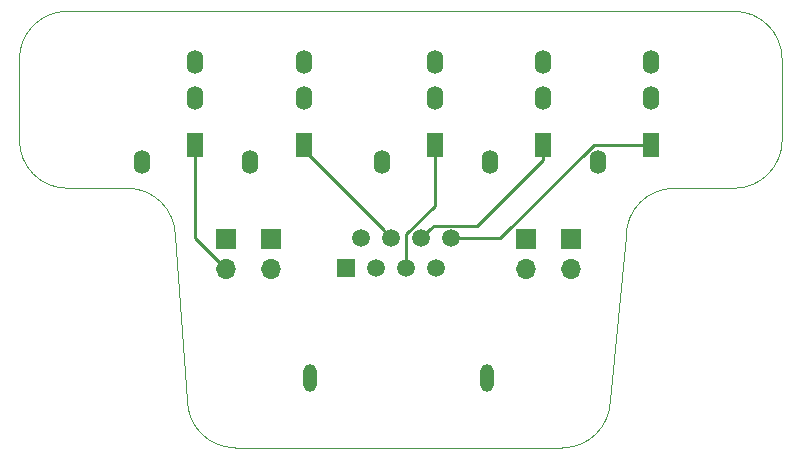
<source format=gbr>
G04 #@! TF.GenerationSoftware,KiCad,Pcbnew,(5.1.5)-3*
G04 #@! TF.CreationDate,2020-06-13T00:40:34-05:00*
G04 #@! TF.ProjectId,HeadphoneJack,48656164-7068-46f6-9e65-4a61636b2e6b,rev?*
G04 #@! TF.SameCoordinates,Original*
G04 #@! TF.FileFunction,Copper,L2,Bot*
G04 #@! TF.FilePolarity,Positive*
%FSLAX46Y46*%
G04 Gerber Fmt 4.6, Leading zero omitted, Abs format (unit mm)*
G04 Created by KiCad (PCBNEW (5.1.5)-3) date 2020-06-13 00:40:34*
%MOMM*%
%LPD*%
G04 APERTURE LIST*
%ADD10C,0.050000*%
%ADD11O,1.140000X2.362000*%
%ADD12C,1.500000*%
%ADD13R,1.500000X1.500000*%
%ADD14R,1.700000X1.700000*%
%ADD15O,1.700000X1.700000*%
%ADD16O,1.400000X2.000000*%
%ADD17R,1.400000X2.000000*%
%ADD18C,0.250000*%
G04 APERTURE END LIST*
D10*
X123888500Y-86233000D02*
X128968500Y-86233000D01*
X175260000Y-86233000D02*
X180340000Y-86233000D01*
X171196000Y-90297000D02*
X169862500Y-104140000D01*
X133032500Y-90297000D02*
X134048500Y-104140000D01*
X171196000Y-90297000D02*
G75*
G02X175260000Y-86233000I4064000J0D01*
G01*
X184404000Y-82169000D02*
G75*
G02X180340000Y-86233000I-4064000J0D01*
G01*
X128968500Y-86233000D02*
G75*
G02X133032500Y-90297000I0J-4064000D01*
G01*
X123888500Y-86233000D02*
G75*
G02X119824500Y-82169000I0J4064000D01*
G01*
X184404000Y-75311000D02*
X184404000Y-82169000D01*
X119824500Y-75311000D02*
X119824500Y-82169000D01*
X138112500Y-108204000D02*
G75*
G02X134048500Y-104140000I0J4064000D01*
G01*
X165798500Y-108204000D02*
X138112500Y-108204000D01*
X169862500Y-104140000D02*
G75*
G02X165798500Y-108204000I-4064000J0D01*
G01*
X180340000Y-71247000D02*
X123888500Y-71247000D01*
X119824500Y-75311000D02*
G75*
G02X123888500Y-71247000I4064000J0D01*
G01*
X180340000Y-71247000D02*
G75*
G02X184404000Y-75311000I0J-4064000D01*
G01*
D11*
X159448500Y-102256451D03*
X144449800Y-102256451D03*
D12*
X156400500Y-90464501D03*
X155130500Y-93004501D03*
X153860500Y-90464501D03*
X152590500Y-93004501D03*
X151320500Y-90464501D03*
X150050500Y-93004501D03*
X148780500Y-90464501D03*
D13*
X147510500Y-93004501D03*
D14*
X141160500Y-90534501D03*
D15*
X141160500Y-93074501D03*
X162750500Y-93074501D03*
D14*
X162750500Y-90534501D03*
D15*
X137350500Y-93074501D03*
D14*
X137350500Y-90534501D03*
X166560500Y-90534501D03*
D15*
X166560500Y-93074501D03*
D16*
X134730001Y-75550000D03*
X134730001Y-78550000D03*
D17*
X134730001Y-82550000D03*
D16*
X130230001Y-84050000D03*
X139380001Y-84050000D03*
D17*
X143880001Y-82550000D03*
D16*
X143880001Y-78550000D03*
X143880001Y-75550000D03*
X150486501Y-84050000D03*
D17*
X154986501Y-82550000D03*
D16*
X154986501Y-78550000D03*
X154986501Y-75550000D03*
X164136501Y-75550000D03*
X164136501Y-78550000D03*
D17*
X164136501Y-82550000D03*
D16*
X159636501Y-84050000D03*
X168786501Y-84050000D03*
D17*
X173286501Y-82550000D03*
D16*
X173286501Y-78550000D03*
X173286501Y-75550000D03*
D18*
X134730001Y-90454002D02*
X134730001Y-82550000D01*
X137350500Y-93074501D02*
X134730001Y-90454002D01*
X150570501Y-89714502D02*
X151320500Y-90464501D01*
X143880001Y-83024002D02*
X150570501Y-89714502D01*
X143880001Y-82550000D02*
X143880001Y-83024002D01*
X152590500Y-91943841D02*
X152590500Y-93004501D01*
X152590500Y-90143499D02*
X152590500Y-91943841D01*
X154986501Y-87747498D02*
X152590500Y-90143499D01*
X154986501Y-82550000D02*
X154986501Y-87747498D01*
X154610499Y-89714502D02*
X153860500Y-90464501D01*
X154935501Y-89389500D02*
X154610499Y-89714502D01*
X158547001Y-89389500D02*
X154935501Y-89389500D01*
X164136501Y-83800000D02*
X158547001Y-89389500D01*
X164136501Y-82550000D02*
X164136501Y-83800000D01*
X172336501Y-82550000D02*
X173286501Y-82550000D01*
X168449999Y-82550000D02*
X172336501Y-82550000D01*
X160535498Y-90464501D02*
X168449999Y-82550000D01*
X156400500Y-90464501D02*
X160535498Y-90464501D01*
M02*

</source>
